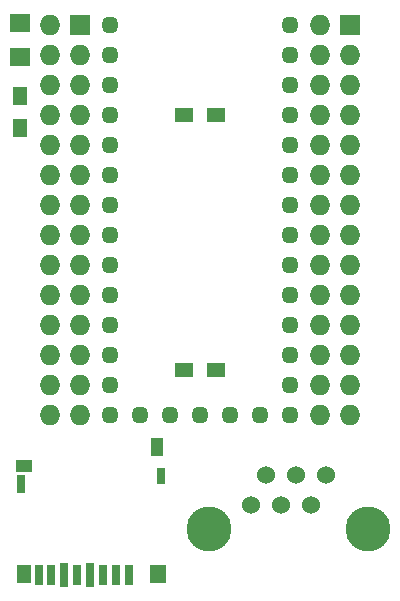
<source format=gts>
%FSLAX46Y46*%
G04 Gerber Fmt 4.6, Leading zero omitted, Abs format (unit mm)*
G04 Created by KiCad (PCBNEW (2014-10-27 BZR 5228)-product) date 4/13/2015 9:46:14 PM*
%MOMM*%
G01*
G04 APERTURE LIST*
%ADD10C,0.100000*%
%ADD11R,1.727200X1.727200*%
%ADD12O,1.727200X1.727200*%
%ADD13R,1.399540X1.498600*%
%ADD14R,1.297940X1.498600*%
%ADD15R,0.698500X1.747520*%
%ADD16R,0.698500X2.032000*%
%ADD17R,0.797560X1.498600*%
%ADD18R,1.399540X0.998220*%
%ADD19R,0.797560X1.399540*%
%ADD20R,0.998220X1.549400*%
%ADD21O,1.447800X1.447800*%
%ADD22R,1.800860X1.597660*%
%ADD23R,1.500000X1.300000*%
%ADD24R,1.300000X1.500000*%
%ADD25C,1.524000*%
%ADD26C,3.810000*%
G04 APERTURE END LIST*
D10*
D11*
X162560000Y-96520000D03*
D12*
X160020000Y-96520000D03*
X162560000Y-99060000D03*
X160020000Y-99060000D03*
X162560000Y-101600000D03*
X160020000Y-101600000D03*
X162560000Y-104140000D03*
X160020000Y-104140000D03*
X162560000Y-106680000D03*
X160020000Y-106680000D03*
X162560000Y-109220000D03*
X160020000Y-109220000D03*
X162560000Y-111760000D03*
X160020000Y-111760000D03*
X162560000Y-114300000D03*
X160020000Y-114300000D03*
X162560000Y-116840000D03*
X160020000Y-116840000D03*
X162560000Y-119380000D03*
X160020000Y-119380000D03*
X162560000Y-121920000D03*
X160020000Y-121920000D03*
X162560000Y-124460000D03*
X160020000Y-124460000D03*
X162560000Y-127000000D03*
X160020000Y-127000000D03*
X162560000Y-129540000D03*
X160020000Y-129540000D03*
D11*
X185420000Y-96520000D03*
D12*
X182880000Y-96520000D03*
X185420000Y-99060000D03*
X182880000Y-99060000D03*
X185420000Y-101600000D03*
X182880000Y-101600000D03*
X185420000Y-104140000D03*
X182880000Y-104140000D03*
X185420000Y-106680000D03*
X182880000Y-106680000D03*
X185420000Y-109220000D03*
X182880000Y-109220000D03*
X185420000Y-111760000D03*
X182880000Y-111760000D03*
X185420000Y-114300000D03*
X182880000Y-114300000D03*
X185420000Y-116840000D03*
X182880000Y-116840000D03*
X185420000Y-119380000D03*
X182880000Y-119380000D03*
X185420000Y-121920000D03*
X182880000Y-121920000D03*
X185420000Y-124460000D03*
X182880000Y-124460000D03*
X185420000Y-127000000D03*
X182880000Y-127000000D03*
X185420000Y-129540000D03*
X182880000Y-129540000D03*
D13*
X169128440Y-142961360D03*
D14*
X157827980Y-142961360D03*
D15*
X159077660Y-143060420D03*
X160129220Y-143060420D03*
D16*
X161229040Y-143060420D03*
D15*
X162328860Y-143060420D03*
D16*
X163428680Y-143060420D03*
D15*
X164528500Y-143060420D03*
X165628320Y-143060420D03*
X166728140Y-143060420D03*
D17*
X157528260Y-135361680D03*
D18*
X157827980Y-133860540D03*
D19*
X169428160Y-134711440D03*
D20*
X169077640Y-132260340D03*
D21*
X165100000Y-96520000D03*
X165100000Y-99060000D03*
X165100000Y-101600000D03*
X165100000Y-104140000D03*
X165100000Y-106680000D03*
X165100000Y-109220000D03*
X165100000Y-111760000D03*
X165100000Y-114300000D03*
X165100000Y-116840000D03*
X165100000Y-119380000D03*
X165100000Y-121920000D03*
X165100000Y-124460000D03*
X165100000Y-127000000D03*
X165100000Y-129540000D03*
X167640000Y-129540000D03*
X170180000Y-129540000D03*
X172720000Y-129540000D03*
X175260000Y-129540000D03*
X177800000Y-129540000D03*
X180340000Y-129540000D03*
X180340000Y-127000000D03*
X180340000Y-124460000D03*
X180340000Y-121920000D03*
X180340000Y-119380000D03*
X180340000Y-116840000D03*
X180340000Y-114300000D03*
X180340000Y-111760000D03*
X180340000Y-109220000D03*
X180340000Y-106680000D03*
X180340000Y-104140000D03*
X180340000Y-101600000D03*
X180340000Y-99060000D03*
X180340000Y-96520000D03*
D22*
X157480000Y-99209860D03*
X157480000Y-96370140D03*
D23*
X174070000Y-125730000D03*
X171370000Y-125730000D03*
D24*
X157480000Y-105236000D03*
X157480000Y-102536000D03*
D23*
X174070000Y-104140000D03*
X171370000Y-104140000D03*
D25*
X180848000Y-134620000D03*
X178308000Y-134620000D03*
X183388000Y-134620000D03*
X177038000Y-137160000D03*
X179578000Y-137160000D03*
X182118000Y-137160000D03*
D26*
X186944000Y-139192000D03*
X173482000Y-139192000D03*
M02*

</source>
